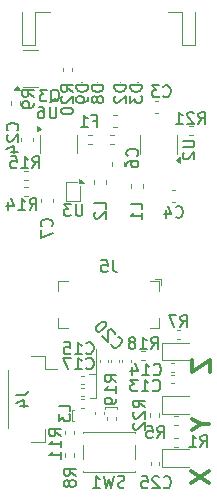
<source format=gbr>
%TF.GenerationSoftware,KiCad,Pcbnew,8.0.1*%
%TF.CreationDate,2025-06-23T19:48:13+12:00*%
%TF.ProjectId,panelrev2,70616e65-6c72-4657-9632-2e6b69636164,rev?*%
%TF.SameCoordinates,Original*%
%TF.FileFunction,Legend,Bot*%
%TF.FilePolarity,Positive*%
%FSLAX46Y46*%
G04 Gerber Fmt 4.6, Leading zero omitted, Abs format (unit mm)*
G04 Created by KiCad (PCBNEW 8.0.1) date 2025-06-23 19:48:13*
%MOMM*%
%LPD*%
G01*
G04 APERTURE LIST*
%ADD10C,0.100000*%
%ADD11C,0.300000*%
%ADD12C,0.150000*%
%ADD13C,0.120000*%
G04 APERTURE END LIST*
D10*
X147450000Y-55950000D02*
X147450000Y-60050000D01*
X145600000Y-61100000D02*
X145400000Y-61100000D01*
X148200000Y-61000000D02*
X148200000Y-60800000D01*
X149200000Y-60800000D02*
X149200000Y-61000000D01*
X145400000Y-62000000D02*
X145600000Y-62000000D01*
X148200000Y-60800000D02*
X149200000Y-60800000D01*
X145400000Y-61100000D02*
X145400000Y-62000000D01*
X147450000Y-58050000D02*
X146850000Y-58050000D01*
X147450000Y-60050000D02*
X146950000Y-60050000D01*
D11*
X155480828Y-66271653D02*
X156980828Y-67271653D01*
X155480828Y-67271653D02*
X156980828Y-66271653D01*
X156306542Y-62310225D02*
X157020828Y-62310225D01*
X155520828Y-61810225D02*
X156306542Y-62310225D01*
X156306542Y-62310225D02*
X155520828Y-62810225D01*
X155560828Y-56861653D02*
X155560828Y-57861653D01*
X155560828Y-57861653D02*
X157060828Y-56861653D01*
X157060828Y-56861653D02*
X157060828Y-57861653D01*
D12*
X144454819Y-63307142D02*
X143978628Y-62973809D01*
X144454819Y-62735714D02*
X143454819Y-62735714D01*
X143454819Y-62735714D02*
X143454819Y-63116666D01*
X143454819Y-63116666D02*
X143502438Y-63211904D01*
X143502438Y-63211904D02*
X143550057Y-63259523D01*
X143550057Y-63259523D02*
X143645295Y-63307142D01*
X143645295Y-63307142D02*
X143788152Y-63307142D01*
X143788152Y-63307142D02*
X143883390Y-63259523D01*
X143883390Y-63259523D02*
X143931009Y-63211904D01*
X143931009Y-63211904D02*
X143978628Y-63116666D01*
X143978628Y-63116666D02*
X143978628Y-62735714D01*
X144454819Y-64259523D02*
X144454819Y-63688095D01*
X144454819Y-63973809D02*
X143454819Y-63973809D01*
X143454819Y-63973809D02*
X143597676Y-63878571D01*
X143597676Y-63878571D02*
X143692914Y-63783333D01*
X143692914Y-63783333D02*
X143740533Y-63688095D01*
X144454819Y-65211904D02*
X144454819Y-64640476D01*
X144454819Y-64926190D02*
X143454819Y-64926190D01*
X143454819Y-64926190D02*
X143597676Y-64830952D01*
X143597676Y-64830952D02*
X143692914Y-64735714D01*
X143692914Y-64735714D02*
X143740533Y-64640476D01*
X140654819Y-59816666D02*
X141369104Y-59816666D01*
X141369104Y-59816666D02*
X141511961Y-59769047D01*
X141511961Y-59769047D02*
X141607200Y-59673809D01*
X141607200Y-59673809D02*
X141654819Y-59530952D01*
X141654819Y-59530952D02*
X141654819Y-59435714D01*
X140988152Y-60721428D02*
X141654819Y-60721428D01*
X140607200Y-60483333D02*
X141321485Y-60245238D01*
X141321485Y-60245238D02*
X141321485Y-60864285D01*
X144061904Y-35404819D02*
X144061904Y-36214342D01*
X144061904Y-36214342D02*
X144014285Y-36309580D01*
X144014285Y-36309580D02*
X143966666Y-36357200D01*
X143966666Y-36357200D02*
X143871428Y-36404819D01*
X143871428Y-36404819D02*
X143680952Y-36404819D01*
X143680952Y-36404819D02*
X143585714Y-36357200D01*
X143585714Y-36357200D02*
X143538095Y-36309580D01*
X143538095Y-36309580D02*
X143490476Y-36214342D01*
X143490476Y-36214342D02*
X143490476Y-35404819D01*
X142585714Y-35404819D02*
X142776190Y-35404819D01*
X142776190Y-35404819D02*
X142871428Y-35452438D01*
X142871428Y-35452438D02*
X142919047Y-35500057D01*
X142919047Y-35500057D02*
X143014285Y-35642914D01*
X143014285Y-35642914D02*
X143061904Y-35833390D01*
X143061904Y-35833390D02*
X143061904Y-36214342D01*
X143061904Y-36214342D02*
X143014285Y-36309580D01*
X143014285Y-36309580D02*
X142966666Y-36357200D01*
X142966666Y-36357200D02*
X142871428Y-36404819D01*
X142871428Y-36404819D02*
X142680952Y-36404819D01*
X142680952Y-36404819D02*
X142585714Y-36357200D01*
X142585714Y-36357200D02*
X142538095Y-36309580D01*
X142538095Y-36309580D02*
X142490476Y-36214342D01*
X142490476Y-36214342D02*
X142490476Y-35976247D01*
X142490476Y-35976247D02*
X142538095Y-35881009D01*
X142538095Y-35881009D02*
X142585714Y-35833390D01*
X142585714Y-35833390D02*
X142680952Y-35785771D01*
X142680952Y-35785771D02*
X142871428Y-35785771D01*
X142871428Y-35785771D02*
X142966666Y-35833390D01*
X142966666Y-35833390D02*
X143014285Y-35881009D01*
X143014285Y-35881009D02*
X143061904Y-35976247D01*
X151304819Y-33561905D02*
X150304819Y-33561905D01*
X150304819Y-33561905D02*
X150304819Y-33800000D01*
X150304819Y-33800000D02*
X150352438Y-33942857D01*
X150352438Y-33942857D02*
X150447676Y-34038095D01*
X150447676Y-34038095D02*
X150542914Y-34085714D01*
X150542914Y-34085714D02*
X150733390Y-34133333D01*
X150733390Y-34133333D02*
X150876247Y-34133333D01*
X150876247Y-34133333D02*
X151066723Y-34085714D01*
X151066723Y-34085714D02*
X151161961Y-34038095D01*
X151161961Y-34038095D02*
X151257200Y-33942857D01*
X151257200Y-33942857D02*
X151304819Y-33800000D01*
X151304819Y-33800000D02*
X151304819Y-33561905D01*
X150304819Y-34466667D02*
X150304819Y-35085714D01*
X150304819Y-35085714D02*
X150685771Y-34752381D01*
X150685771Y-34752381D02*
X150685771Y-34895238D01*
X150685771Y-34895238D02*
X150733390Y-34990476D01*
X150733390Y-34990476D02*
X150781009Y-35038095D01*
X150781009Y-35038095D02*
X150876247Y-35085714D01*
X150876247Y-35085714D02*
X151114342Y-35085714D01*
X151114342Y-35085714D02*
X151209580Y-35038095D01*
X151209580Y-35038095D02*
X151257200Y-34990476D01*
X151257200Y-34990476D02*
X151304819Y-34895238D01*
X151304819Y-34895238D02*
X151304819Y-34609524D01*
X151304819Y-34609524D02*
X151257200Y-34514286D01*
X151257200Y-34514286D02*
X151209580Y-34466667D01*
X154566666Y-54054819D02*
X154899999Y-53578628D01*
X155138094Y-54054819D02*
X155138094Y-53054819D01*
X155138094Y-53054819D02*
X154757142Y-53054819D01*
X154757142Y-53054819D02*
X154661904Y-53102438D01*
X154661904Y-53102438D02*
X154614285Y-53150057D01*
X154614285Y-53150057D02*
X154566666Y-53245295D01*
X154566666Y-53245295D02*
X154566666Y-53388152D01*
X154566666Y-53388152D02*
X154614285Y-53483390D01*
X154614285Y-53483390D02*
X154661904Y-53531009D01*
X154661904Y-53531009D02*
X154757142Y-53578628D01*
X154757142Y-53578628D02*
X155138094Y-53578628D01*
X154233332Y-53054819D02*
X153566666Y-53054819D01*
X153566666Y-53054819D02*
X153995237Y-54054819D01*
X142042857Y-40604819D02*
X142376190Y-40128628D01*
X142614285Y-40604819D02*
X142614285Y-39604819D01*
X142614285Y-39604819D02*
X142233333Y-39604819D01*
X142233333Y-39604819D02*
X142138095Y-39652438D01*
X142138095Y-39652438D02*
X142090476Y-39700057D01*
X142090476Y-39700057D02*
X142042857Y-39795295D01*
X142042857Y-39795295D02*
X142042857Y-39938152D01*
X142042857Y-39938152D02*
X142090476Y-40033390D01*
X142090476Y-40033390D02*
X142138095Y-40081009D01*
X142138095Y-40081009D02*
X142233333Y-40128628D01*
X142233333Y-40128628D02*
X142614285Y-40128628D01*
X141090476Y-40604819D02*
X141661904Y-40604819D01*
X141376190Y-40604819D02*
X141376190Y-39604819D01*
X141376190Y-39604819D02*
X141471428Y-39747676D01*
X141471428Y-39747676D02*
X141566666Y-39842914D01*
X141566666Y-39842914D02*
X141661904Y-39890533D01*
X140185714Y-39604819D02*
X140661904Y-39604819D01*
X140661904Y-39604819D02*
X140709523Y-40081009D01*
X140709523Y-40081009D02*
X140661904Y-40033390D01*
X140661904Y-40033390D02*
X140566666Y-39985771D01*
X140566666Y-39985771D02*
X140328571Y-39985771D01*
X140328571Y-39985771D02*
X140233333Y-40033390D01*
X140233333Y-40033390D02*
X140185714Y-40081009D01*
X140185714Y-40081009D02*
X140138095Y-40176247D01*
X140138095Y-40176247D02*
X140138095Y-40414342D01*
X140138095Y-40414342D02*
X140185714Y-40509580D01*
X140185714Y-40509580D02*
X140233333Y-40557200D01*
X140233333Y-40557200D02*
X140328571Y-40604819D01*
X140328571Y-40604819D02*
X140566666Y-40604819D01*
X140566666Y-40604819D02*
X140661904Y-40557200D01*
X140661904Y-40557200D02*
X140709523Y-40509580D01*
X145704819Y-66633333D02*
X145228628Y-66300000D01*
X145704819Y-66061905D02*
X144704819Y-66061905D01*
X144704819Y-66061905D02*
X144704819Y-66442857D01*
X144704819Y-66442857D02*
X144752438Y-66538095D01*
X144752438Y-66538095D02*
X144800057Y-66585714D01*
X144800057Y-66585714D02*
X144895295Y-66633333D01*
X144895295Y-66633333D02*
X145038152Y-66633333D01*
X145038152Y-66633333D02*
X145133390Y-66585714D01*
X145133390Y-66585714D02*
X145181009Y-66538095D01*
X145181009Y-66538095D02*
X145228628Y-66442857D01*
X145228628Y-66442857D02*
X145228628Y-66061905D01*
X145133390Y-67204762D02*
X145085771Y-67109524D01*
X145085771Y-67109524D02*
X145038152Y-67061905D01*
X145038152Y-67061905D02*
X144942914Y-67014286D01*
X144942914Y-67014286D02*
X144895295Y-67014286D01*
X144895295Y-67014286D02*
X144800057Y-67061905D01*
X144800057Y-67061905D02*
X144752438Y-67109524D01*
X144752438Y-67109524D02*
X144704819Y-67204762D01*
X144704819Y-67204762D02*
X144704819Y-67395238D01*
X144704819Y-67395238D02*
X144752438Y-67490476D01*
X144752438Y-67490476D02*
X144800057Y-67538095D01*
X144800057Y-67538095D02*
X144895295Y-67585714D01*
X144895295Y-67585714D02*
X144942914Y-67585714D01*
X144942914Y-67585714D02*
X145038152Y-67538095D01*
X145038152Y-67538095D02*
X145085771Y-67490476D01*
X145085771Y-67490476D02*
X145133390Y-67395238D01*
X145133390Y-67395238D02*
X145133390Y-67204762D01*
X145133390Y-67204762D02*
X145181009Y-67109524D01*
X145181009Y-67109524D02*
X145228628Y-67061905D01*
X145228628Y-67061905D02*
X145323866Y-67014286D01*
X145323866Y-67014286D02*
X145514342Y-67014286D01*
X145514342Y-67014286D02*
X145609580Y-67061905D01*
X145609580Y-67061905D02*
X145657200Y-67109524D01*
X145657200Y-67109524D02*
X145704819Y-67204762D01*
X145704819Y-67204762D02*
X145704819Y-67395238D01*
X145704819Y-67395238D02*
X145657200Y-67490476D01*
X145657200Y-67490476D02*
X145609580Y-67538095D01*
X145609580Y-67538095D02*
X145514342Y-67585714D01*
X145514342Y-67585714D02*
X145323866Y-67585714D01*
X145323866Y-67585714D02*
X145228628Y-67538095D01*
X145228628Y-67538095D02*
X145181009Y-67490476D01*
X145181009Y-67490476D02*
X145133390Y-67395238D01*
X156092857Y-36854819D02*
X156426190Y-36378628D01*
X156664285Y-36854819D02*
X156664285Y-35854819D01*
X156664285Y-35854819D02*
X156283333Y-35854819D01*
X156283333Y-35854819D02*
X156188095Y-35902438D01*
X156188095Y-35902438D02*
X156140476Y-35950057D01*
X156140476Y-35950057D02*
X156092857Y-36045295D01*
X156092857Y-36045295D02*
X156092857Y-36188152D01*
X156092857Y-36188152D02*
X156140476Y-36283390D01*
X156140476Y-36283390D02*
X156188095Y-36331009D01*
X156188095Y-36331009D02*
X156283333Y-36378628D01*
X156283333Y-36378628D02*
X156664285Y-36378628D01*
X155711904Y-35950057D02*
X155664285Y-35902438D01*
X155664285Y-35902438D02*
X155569047Y-35854819D01*
X155569047Y-35854819D02*
X155330952Y-35854819D01*
X155330952Y-35854819D02*
X155235714Y-35902438D01*
X155235714Y-35902438D02*
X155188095Y-35950057D01*
X155188095Y-35950057D02*
X155140476Y-36045295D01*
X155140476Y-36045295D02*
X155140476Y-36140533D01*
X155140476Y-36140533D02*
X155188095Y-36283390D01*
X155188095Y-36283390D02*
X155759523Y-36854819D01*
X155759523Y-36854819D02*
X155140476Y-36854819D01*
X154188095Y-36854819D02*
X154759523Y-36854819D01*
X154473809Y-36854819D02*
X154473809Y-35854819D01*
X154473809Y-35854819D02*
X154569047Y-35997676D01*
X154569047Y-35997676D02*
X154664285Y-36092914D01*
X154664285Y-36092914D02*
X154759523Y-36140533D01*
X154166666Y-44739580D02*
X154214285Y-44787200D01*
X154214285Y-44787200D02*
X154357142Y-44834819D01*
X154357142Y-44834819D02*
X154452380Y-44834819D01*
X154452380Y-44834819D02*
X154595237Y-44787200D01*
X154595237Y-44787200D02*
X154690475Y-44691961D01*
X154690475Y-44691961D02*
X154738094Y-44596723D01*
X154738094Y-44596723D02*
X154785713Y-44406247D01*
X154785713Y-44406247D02*
X154785713Y-44263390D01*
X154785713Y-44263390D02*
X154738094Y-44072914D01*
X154738094Y-44072914D02*
X154690475Y-43977676D01*
X154690475Y-43977676D02*
X154595237Y-43882438D01*
X154595237Y-43882438D02*
X154452380Y-43834819D01*
X154452380Y-43834819D02*
X154357142Y-43834819D01*
X154357142Y-43834819D02*
X154214285Y-43882438D01*
X154214285Y-43882438D02*
X154166666Y-43930057D01*
X153309523Y-44168152D02*
X153309523Y-44834819D01*
X153547618Y-43787200D02*
X153785713Y-44501485D01*
X153785713Y-44501485D02*
X153166666Y-44501485D01*
X147183333Y-36581009D02*
X147516666Y-36581009D01*
X147516666Y-37104819D02*
X147516666Y-36104819D01*
X147516666Y-36104819D02*
X147040476Y-36104819D01*
X146135714Y-37104819D02*
X146707142Y-37104819D01*
X146421428Y-37104819D02*
X146421428Y-36104819D01*
X146421428Y-36104819D02*
X146516666Y-36247676D01*
X146516666Y-36247676D02*
X146611904Y-36342914D01*
X146611904Y-36342914D02*
X146707142Y-36390533D01*
X152616666Y-63454819D02*
X152949999Y-62978628D01*
X153188094Y-63454819D02*
X153188094Y-62454819D01*
X153188094Y-62454819D02*
X152807142Y-62454819D01*
X152807142Y-62454819D02*
X152711904Y-62502438D01*
X152711904Y-62502438D02*
X152664285Y-62550057D01*
X152664285Y-62550057D02*
X152616666Y-62645295D01*
X152616666Y-62645295D02*
X152616666Y-62788152D01*
X152616666Y-62788152D02*
X152664285Y-62883390D01*
X152664285Y-62883390D02*
X152711904Y-62931009D01*
X152711904Y-62931009D02*
X152807142Y-62978628D01*
X152807142Y-62978628D02*
X153188094Y-62978628D01*
X151711904Y-62454819D02*
X152188094Y-62454819D01*
X152188094Y-62454819D02*
X152235713Y-62931009D01*
X152235713Y-62931009D02*
X152188094Y-62883390D01*
X152188094Y-62883390D02*
X152092856Y-62835771D01*
X152092856Y-62835771D02*
X151854761Y-62835771D01*
X151854761Y-62835771D02*
X151759523Y-62883390D01*
X151759523Y-62883390D02*
X151711904Y-62931009D01*
X151711904Y-62931009D02*
X151664285Y-63026247D01*
X151664285Y-63026247D02*
X151664285Y-63264342D01*
X151664285Y-63264342D02*
X151711904Y-63359580D01*
X151711904Y-63359580D02*
X151759523Y-63407200D01*
X151759523Y-63407200D02*
X151854761Y-63454819D01*
X151854761Y-63454819D02*
X152092856Y-63454819D01*
X152092856Y-63454819D02*
X152188094Y-63407200D01*
X152188094Y-63407200D02*
X152235713Y-63359580D01*
X156266666Y-64204819D02*
X156599999Y-63728628D01*
X156838094Y-64204819D02*
X156838094Y-63204819D01*
X156838094Y-63204819D02*
X156457142Y-63204819D01*
X156457142Y-63204819D02*
X156361904Y-63252438D01*
X156361904Y-63252438D02*
X156314285Y-63300057D01*
X156314285Y-63300057D02*
X156266666Y-63395295D01*
X156266666Y-63395295D02*
X156266666Y-63538152D01*
X156266666Y-63538152D02*
X156314285Y-63633390D01*
X156314285Y-63633390D02*
X156361904Y-63681009D01*
X156361904Y-63681009D02*
X156457142Y-63728628D01*
X156457142Y-63728628D02*
X156838094Y-63728628D01*
X155314285Y-64204819D02*
X155885713Y-64204819D01*
X155599999Y-64204819D02*
X155599999Y-63204819D01*
X155599999Y-63204819D02*
X155695237Y-63347676D01*
X155695237Y-63347676D02*
X155790475Y-63442914D01*
X155790475Y-63442914D02*
X155885713Y-63490533D01*
X149954819Y-33561905D02*
X148954819Y-33561905D01*
X148954819Y-33561905D02*
X148954819Y-33800000D01*
X148954819Y-33800000D02*
X149002438Y-33942857D01*
X149002438Y-33942857D02*
X149097676Y-34038095D01*
X149097676Y-34038095D02*
X149192914Y-34085714D01*
X149192914Y-34085714D02*
X149383390Y-34133333D01*
X149383390Y-34133333D02*
X149526247Y-34133333D01*
X149526247Y-34133333D02*
X149716723Y-34085714D01*
X149716723Y-34085714D02*
X149811961Y-34038095D01*
X149811961Y-34038095D02*
X149907200Y-33942857D01*
X149907200Y-33942857D02*
X149954819Y-33800000D01*
X149954819Y-33800000D02*
X149954819Y-33561905D01*
X149050057Y-34514286D02*
X149002438Y-34561905D01*
X149002438Y-34561905D02*
X148954819Y-34657143D01*
X148954819Y-34657143D02*
X148954819Y-34895238D01*
X148954819Y-34895238D02*
X149002438Y-34990476D01*
X149002438Y-34990476D02*
X149050057Y-35038095D01*
X149050057Y-35038095D02*
X149145295Y-35085714D01*
X149145295Y-35085714D02*
X149240533Y-35085714D01*
X149240533Y-35085714D02*
X149383390Y-35038095D01*
X149383390Y-35038095D02*
X149954819Y-34466667D01*
X149954819Y-34466667D02*
X149954819Y-35085714D01*
X149154819Y-58707142D02*
X148678628Y-58373809D01*
X149154819Y-58135714D02*
X148154819Y-58135714D01*
X148154819Y-58135714D02*
X148154819Y-58516666D01*
X148154819Y-58516666D02*
X148202438Y-58611904D01*
X148202438Y-58611904D02*
X148250057Y-58659523D01*
X148250057Y-58659523D02*
X148345295Y-58707142D01*
X148345295Y-58707142D02*
X148488152Y-58707142D01*
X148488152Y-58707142D02*
X148583390Y-58659523D01*
X148583390Y-58659523D02*
X148631009Y-58611904D01*
X148631009Y-58611904D02*
X148678628Y-58516666D01*
X148678628Y-58516666D02*
X148678628Y-58135714D01*
X149154819Y-59659523D02*
X149154819Y-59088095D01*
X149154819Y-59373809D02*
X148154819Y-59373809D01*
X148154819Y-59373809D02*
X148297676Y-59278571D01*
X148297676Y-59278571D02*
X148392914Y-59183333D01*
X148392914Y-59183333D02*
X148440533Y-59088095D01*
X149154819Y-60135714D02*
X149154819Y-60326190D01*
X149154819Y-60326190D02*
X149107200Y-60421428D01*
X149107200Y-60421428D02*
X149059580Y-60469047D01*
X149059580Y-60469047D02*
X148916723Y-60564285D01*
X148916723Y-60564285D02*
X148726247Y-60611904D01*
X148726247Y-60611904D02*
X148345295Y-60611904D01*
X148345295Y-60611904D02*
X148250057Y-60564285D01*
X148250057Y-60564285D02*
X148202438Y-60516666D01*
X148202438Y-60516666D02*
X148154819Y-60421428D01*
X148154819Y-60421428D02*
X148154819Y-60230952D01*
X148154819Y-60230952D02*
X148202438Y-60135714D01*
X148202438Y-60135714D02*
X148250057Y-60088095D01*
X148250057Y-60088095D02*
X148345295Y-60040476D01*
X148345295Y-60040476D02*
X148583390Y-60040476D01*
X148583390Y-60040476D02*
X148678628Y-60088095D01*
X148678628Y-60088095D02*
X148726247Y-60135714D01*
X148726247Y-60135714D02*
X148773866Y-60230952D01*
X148773866Y-60230952D02*
X148773866Y-60421428D01*
X148773866Y-60421428D02*
X148726247Y-60516666D01*
X148726247Y-60516666D02*
X148678628Y-60564285D01*
X148678628Y-60564285D02*
X148583390Y-60611904D01*
X148054819Y-33561905D02*
X147054819Y-33561905D01*
X147054819Y-33561905D02*
X147054819Y-33800000D01*
X147054819Y-33800000D02*
X147102438Y-33942857D01*
X147102438Y-33942857D02*
X147197676Y-34038095D01*
X147197676Y-34038095D02*
X147292914Y-34085714D01*
X147292914Y-34085714D02*
X147483390Y-34133333D01*
X147483390Y-34133333D02*
X147626247Y-34133333D01*
X147626247Y-34133333D02*
X147816723Y-34085714D01*
X147816723Y-34085714D02*
X147911961Y-34038095D01*
X147911961Y-34038095D02*
X148007200Y-33942857D01*
X148007200Y-33942857D02*
X148054819Y-33800000D01*
X148054819Y-33800000D02*
X148054819Y-33561905D01*
X147483390Y-34704762D02*
X147435771Y-34609524D01*
X147435771Y-34609524D02*
X147388152Y-34561905D01*
X147388152Y-34561905D02*
X147292914Y-34514286D01*
X147292914Y-34514286D02*
X147245295Y-34514286D01*
X147245295Y-34514286D02*
X147150057Y-34561905D01*
X147150057Y-34561905D02*
X147102438Y-34609524D01*
X147102438Y-34609524D02*
X147054819Y-34704762D01*
X147054819Y-34704762D02*
X147054819Y-34895238D01*
X147054819Y-34895238D02*
X147102438Y-34990476D01*
X147102438Y-34990476D02*
X147150057Y-35038095D01*
X147150057Y-35038095D02*
X147245295Y-35085714D01*
X147245295Y-35085714D02*
X147292914Y-35085714D01*
X147292914Y-35085714D02*
X147388152Y-35038095D01*
X147388152Y-35038095D02*
X147435771Y-34990476D01*
X147435771Y-34990476D02*
X147483390Y-34895238D01*
X147483390Y-34895238D02*
X147483390Y-34704762D01*
X147483390Y-34704762D02*
X147531009Y-34609524D01*
X147531009Y-34609524D02*
X147578628Y-34561905D01*
X147578628Y-34561905D02*
X147673866Y-34514286D01*
X147673866Y-34514286D02*
X147864342Y-34514286D01*
X147864342Y-34514286D02*
X147959580Y-34561905D01*
X147959580Y-34561905D02*
X148007200Y-34609524D01*
X148007200Y-34609524D02*
X148054819Y-34704762D01*
X148054819Y-34704762D02*
X148054819Y-34895238D01*
X148054819Y-34895238D02*
X148007200Y-34990476D01*
X148007200Y-34990476D02*
X147959580Y-35038095D01*
X147959580Y-35038095D02*
X147864342Y-35085714D01*
X147864342Y-35085714D02*
X147673866Y-35085714D01*
X147673866Y-35085714D02*
X147578628Y-35038095D01*
X147578628Y-35038095D02*
X147531009Y-34990476D01*
X147531009Y-34990476D02*
X147483390Y-34895238D01*
X142154819Y-34583333D02*
X141678628Y-34250000D01*
X142154819Y-34011905D02*
X141154819Y-34011905D01*
X141154819Y-34011905D02*
X141154819Y-34392857D01*
X141154819Y-34392857D02*
X141202438Y-34488095D01*
X141202438Y-34488095D02*
X141250057Y-34535714D01*
X141250057Y-34535714D02*
X141345295Y-34583333D01*
X141345295Y-34583333D02*
X141488152Y-34583333D01*
X141488152Y-34583333D02*
X141583390Y-34535714D01*
X141583390Y-34535714D02*
X141631009Y-34488095D01*
X141631009Y-34488095D02*
X141678628Y-34392857D01*
X141678628Y-34392857D02*
X141678628Y-34011905D01*
X142154819Y-35059524D02*
X142154819Y-35250000D01*
X142154819Y-35250000D02*
X142107200Y-35345238D01*
X142107200Y-35345238D02*
X142059580Y-35392857D01*
X142059580Y-35392857D02*
X141916723Y-35488095D01*
X141916723Y-35488095D02*
X141726247Y-35535714D01*
X141726247Y-35535714D02*
X141345295Y-35535714D01*
X141345295Y-35535714D02*
X141250057Y-35488095D01*
X141250057Y-35488095D02*
X141202438Y-35440476D01*
X141202438Y-35440476D02*
X141154819Y-35345238D01*
X141154819Y-35345238D02*
X141154819Y-35154762D01*
X141154819Y-35154762D02*
X141202438Y-35059524D01*
X141202438Y-35059524D02*
X141250057Y-35011905D01*
X141250057Y-35011905D02*
X141345295Y-34964286D01*
X141345295Y-34964286D02*
X141583390Y-34964286D01*
X141583390Y-34964286D02*
X141678628Y-35011905D01*
X141678628Y-35011905D02*
X141726247Y-35059524D01*
X141726247Y-35059524D02*
X141773866Y-35154762D01*
X141773866Y-35154762D02*
X141773866Y-35345238D01*
X141773866Y-35345238D02*
X141726247Y-35440476D01*
X141726247Y-35440476D02*
X141678628Y-35488095D01*
X141678628Y-35488095D02*
X141583390Y-35535714D01*
X146592857Y-57559580D02*
X146640476Y-57607200D01*
X146640476Y-57607200D02*
X146783333Y-57654819D01*
X146783333Y-57654819D02*
X146878571Y-57654819D01*
X146878571Y-57654819D02*
X147021428Y-57607200D01*
X147021428Y-57607200D02*
X147116666Y-57511961D01*
X147116666Y-57511961D02*
X147164285Y-57416723D01*
X147164285Y-57416723D02*
X147211904Y-57226247D01*
X147211904Y-57226247D02*
X147211904Y-57083390D01*
X147211904Y-57083390D02*
X147164285Y-56892914D01*
X147164285Y-56892914D02*
X147116666Y-56797676D01*
X147116666Y-56797676D02*
X147021428Y-56702438D01*
X147021428Y-56702438D02*
X146878571Y-56654819D01*
X146878571Y-56654819D02*
X146783333Y-56654819D01*
X146783333Y-56654819D02*
X146640476Y-56702438D01*
X146640476Y-56702438D02*
X146592857Y-56750057D01*
X145640476Y-57654819D02*
X146211904Y-57654819D01*
X145926190Y-57654819D02*
X145926190Y-56654819D01*
X145926190Y-56654819D02*
X146021428Y-56797676D01*
X146021428Y-56797676D02*
X146116666Y-56892914D01*
X146116666Y-56892914D02*
X146211904Y-56940533D01*
X145307142Y-56654819D02*
X144640476Y-56654819D01*
X144640476Y-56654819D02*
X145069047Y-57654819D01*
X146592857Y-56259580D02*
X146640476Y-56307200D01*
X146640476Y-56307200D02*
X146783333Y-56354819D01*
X146783333Y-56354819D02*
X146878571Y-56354819D01*
X146878571Y-56354819D02*
X147021428Y-56307200D01*
X147021428Y-56307200D02*
X147116666Y-56211961D01*
X147116666Y-56211961D02*
X147164285Y-56116723D01*
X147164285Y-56116723D02*
X147211904Y-55926247D01*
X147211904Y-55926247D02*
X147211904Y-55783390D01*
X147211904Y-55783390D02*
X147164285Y-55592914D01*
X147164285Y-55592914D02*
X147116666Y-55497676D01*
X147116666Y-55497676D02*
X147021428Y-55402438D01*
X147021428Y-55402438D02*
X146878571Y-55354819D01*
X146878571Y-55354819D02*
X146783333Y-55354819D01*
X146783333Y-55354819D02*
X146640476Y-55402438D01*
X146640476Y-55402438D02*
X146592857Y-55450057D01*
X145640476Y-56354819D02*
X146211904Y-56354819D01*
X145926190Y-56354819D02*
X145926190Y-55354819D01*
X145926190Y-55354819D02*
X146021428Y-55497676D01*
X146021428Y-55497676D02*
X146116666Y-55592914D01*
X146116666Y-55592914D02*
X146211904Y-55640533D01*
X144735714Y-55354819D02*
X145211904Y-55354819D01*
X145211904Y-55354819D02*
X145259523Y-55831009D01*
X145259523Y-55831009D02*
X145211904Y-55783390D01*
X145211904Y-55783390D02*
X145116666Y-55735771D01*
X145116666Y-55735771D02*
X144878571Y-55735771D01*
X144878571Y-55735771D02*
X144783333Y-55783390D01*
X144783333Y-55783390D02*
X144735714Y-55831009D01*
X144735714Y-55831009D02*
X144688095Y-55926247D01*
X144688095Y-55926247D02*
X144688095Y-56164342D01*
X144688095Y-56164342D02*
X144735714Y-56259580D01*
X144735714Y-56259580D02*
X144783333Y-56307200D01*
X144783333Y-56307200D02*
X144878571Y-56354819D01*
X144878571Y-56354819D02*
X145116666Y-56354819D01*
X145116666Y-56354819D02*
X145211904Y-56307200D01*
X145211904Y-56307200D02*
X145259523Y-56259580D01*
X154754819Y-38288095D02*
X155564342Y-38288095D01*
X155564342Y-38288095D02*
X155659580Y-38335714D01*
X155659580Y-38335714D02*
X155707200Y-38383333D01*
X155707200Y-38383333D02*
X155754819Y-38478571D01*
X155754819Y-38478571D02*
X155754819Y-38669047D01*
X155754819Y-38669047D02*
X155707200Y-38764285D01*
X155707200Y-38764285D02*
X155659580Y-38811904D01*
X155659580Y-38811904D02*
X155564342Y-38859523D01*
X155564342Y-38859523D02*
X154754819Y-38859523D01*
X154850057Y-39288095D02*
X154802438Y-39335714D01*
X154802438Y-39335714D02*
X154754819Y-39430952D01*
X154754819Y-39430952D02*
X154754819Y-39669047D01*
X154754819Y-39669047D02*
X154802438Y-39764285D01*
X154802438Y-39764285D02*
X154850057Y-39811904D01*
X154850057Y-39811904D02*
X154945295Y-39859523D01*
X154945295Y-39859523D02*
X155040533Y-39859523D01*
X155040533Y-39859523D02*
X155183390Y-39811904D01*
X155183390Y-39811904D02*
X155754819Y-39240476D01*
X155754819Y-39240476D02*
X155754819Y-39859523D01*
X153116666Y-34509580D02*
X153164285Y-34557200D01*
X153164285Y-34557200D02*
X153307142Y-34604819D01*
X153307142Y-34604819D02*
X153402380Y-34604819D01*
X153402380Y-34604819D02*
X153545237Y-34557200D01*
X153545237Y-34557200D02*
X153640475Y-34461961D01*
X153640475Y-34461961D02*
X153688094Y-34366723D01*
X153688094Y-34366723D02*
X153735713Y-34176247D01*
X153735713Y-34176247D02*
X153735713Y-34033390D01*
X153735713Y-34033390D02*
X153688094Y-33842914D01*
X153688094Y-33842914D02*
X153640475Y-33747676D01*
X153640475Y-33747676D02*
X153545237Y-33652438D01*
X153545237Y-33652438D02*
X153402380Y-33604819D01*
X153402380Y-33604819D02*
X153307142Y-33604819D01*
X153307142Y-33604819D02*
X153164285Y-33652438D01*
X153164285Y-33652438D02*
X153116666Y-33700057D01*
X152783332Y-33604819D02*
X152164285Y-33604819D01*
X152164285Y-33604819D02*
X152497618Y-33985771D01*
X152497618Y-33985771D02*
X152354761Y-33985771D01*
X152354761Y-33985771D02*
X152259523Y-34033390D01*
X152259523Y-34033390D02*
X152211904Y-34081009D01*
X152211904Y-34081009D02*
X152164285Y-34176247D01*
X152164285Y-34176247D02*
X152164285Y-34414342D01*
X152164285Y-34414342D02*
X152211904Y-34509580D01*
X152211904Y-34509580D02*
X152259523Y-34557200D01*
X152259523Y-34557200D02*
X152354761Y-34604819D01*
X152354761Y-34604819D02*
X152640475Y-34604819D01*
X152640475Y-34604819D02*
X152735713Y-34557200D01*
X152735713Y-34557200D02*
X152783332Y-34509580D01*
X145454819Y-34157142D02*
X144978628Y-33823809D01*
X145454819Y-33585714D02*
X144454819Y-33585714D01*
X144454819Y-33585714D02*
X144454819Y-33966666D01*
X144454819Y-33966666D02*
X144502438Y-34061904D01*
X144502438Y-34061904D02*
X144550057Y-34109523D01*
X144550057Y-34109523D02*
X144645295Y-34157142D01*
X144645295Y-34157142D02*
X144788152Y-34157142D01*
X144788152Y-34157142D02*
X144883390Y-34109523D01*
X144883390Y-34109523D02*
X144931009Y-34061904D01*
X144931009Y-34061904D02*
X144978628Y-33966666D01*
X144978628Y-33966666D02*
X144978628Y-33585714D01*
X144550057Y-34538095D02*
X144502438Y-34585714D01*
X144502438Y-34585714D02*
X144454819Y-34680952D01*
X144454819Y-34680952D02*
X144454819Y-34919047D01*
X144454819Y-34919047D02*
X144502438Y-35014285D01*
X144502438Y-35014285D02*
X144550057Y-35061904D01*
X144550057Y-35061904D02*
X144645295Y-35109523D01*
X144645295Y-35109523D02*
X144740533Y-35109523D01*
X144740533Y-35109523D02*
X144883390Y-35061904D01*
X144883390Y-35061904D02*
X145454819Y-34490476D01*
X145454819Y-34490476D02*
X145454819Y-35109523D01*
X144454819Y-35728571D02*
X144454819Y-35823809D01*
X144454819Y-35823809D02*
X144502438Y-35919047D01*
X144502438Y-35919047D02*
X144550057Y-35966666D01*
X144550057Y-35966666D02*
X144645295Y-36014285D01*
X144645295Y-36014285D02*
X144835771Y-36061904D01*
X144835771Y-36061904D02*
X145073866Y-36061904D01*
X145073866Y-36061904D02*
X145264342Y-36014285D01*
X145264342Y-36014285D02*
X145359580Y-35966666D01*
X145359580Y-35966666D02*
X145407200Y-35919047D01*
X145407200Y-35919047D02*
X145454819Y-35823809D01*
X145454819Y-35823809D02*
X145454819Y-35728571D01*
X145454819Y-35728571D02*
X145407200Y-35633333D01*
X145407200Y-35633333D02*
X145359580Y-35585714D01*
X145359580Y-35585714D02*
X145264342Y-35538095D01*
X145264342Y-35538095D02*
X145073866Y-35490476D01*
X145073866Y-35490476D02*
X144835771Y-35490476D01*
X144835771Y-35490476D02*
X144645295Y-35538095D01*
X144645295Y-35538095D02*
X144550057Y-35585714D01*
X144550057Y-35585714D02*
X144502438Y-35633333D01*
X144502438Y-35633333D02*
X144454819Y-35728571D01*
X148700306Y-55458830D02*
X148700306Y-55526174D01*
X148700306Y-55526174D02*
X148767650Y-55660861D01*
X148767650Y-55660861D02*
X148834993Y-55728204D01*
X148834993Y-55728204D02*
X148969680Y-55795548D01*
X148969680Y-55795548D02*
X149104367Y-55795548D01*
X149104367Y-55795548D02*
X149205382Y-55761876D01*
X149205382Y-55761876D02*
X149373741Y-55660861D01*
X149373741Y-55660861D02*
X149474756Y-55559846D01*
X149474756Y-55559846D02*
X149575772Y-55391487D01*
X149575772Y-55391487D02*
X149609443Y-55290472D01*
X149609443Y-55290472D02*
X149609443Y-55155785D01*
X149609443Y-55155785D02*
X149542100Y-55021098D01*
X149542100Y-55021098D02*
X149474756Y-54953754D01*
X149474756Y-54953754D02*
X149340069Y-54886411D01*
X149340069Y-54886411D02*
X149272726Y-54886411D01*
X149003352Y-54617037D02*
X149003352Y-54549693D01*
X149003352Y-54549693D02*
X148969680Y-54448678D01*
X148969680Y-54448678D02*
X148801321Y-54280319D01*
X148801321Y-54280319D02*
X148700306Y-54246647D01*
X148700306Y-54246647D02*
X148632963Y-54246647D01*
X148632963Y-54246647D02*
X148531947Y-54280319D01*
X148531947Y-54280319D02*
X148464604Y-54347663D01*
X148464604Y-54347663D02*
X148397260Y-54482350D01*
X148397260Y-54482350D02*
X148397260Y-55290472D01*
X148397260Y-55290472D02*
X147959528Y-54852739D01*
X148228901Y-53707899D02*
X148161558Y-53640556D01*
X148161558Y-53640556D02*
X148060543Y-53606884D01*
X148060543Y-53606884D02*
X147993199Y-53606884D01*
X147993199Y-53606884D02*
X147892184Y-53640556D01*
X147892184Y-53640556D02*
X147723825Y-53741571D01*
X147723825Y-53741571D02*
X147555466Y-53909930D01*
X147555466Y-53909930D02*
X147454451Y-54078288D01*
X147454451Y-54078288D02*
X147420779Y-54179304D01*
X147420779Y-54179304D02*
X147420779Y-54246647D01*
X147420779Y-54246647D02*
X147454451Y-54347662D01*
X147454451Y-54347662D02*
X147521795Y-54415006D01*
X147521795Y-54415006D02*
X147622810Y-54448678D01*
X147622810Y-54448678D02*
X147690153Y-54448678D01*
X147690153Y-54448678D02*
X147791169Y-54415006D01*
X147791169Y-54415006D02*
X147959527Y-54313991D01*
X147959527Y-54313991D02*
X148127886Y-54145632D01*
X148127886Y-54145632D02*
X148228901Y-53977273D01*
X148228901Y-53977273D02*
X148262573Y-53876258D01*
X148262573Y-53876258D02*
X148262573Y-53808914D01*
X148262573Y-53808914D02*
X148228901Y-53707899D01*
X145254819Y-61183333D02*
X145254819Y-60707143D01*
X145254819Y-60707143D02*
X144254819Y-60707143D01*
X144254819Y-61421429D02*
X144254819Y-62040476D01*
X144254819Y-62040476D02*
X144635771Y-61707143D01*
X144635771Y-61707143D02*
X144635771Y-61850000D01*
X144635771Y-61850000D02*
X144683390Y-61945238D01*
X144683390Y-61945238D02*
X144731009Y-61992857D01*
X144731009Y-61992857D02*
X144826247Y-62040476D01*
X144826247Y-62040476D02*
X145064342Y-62040476D01*
X145064342Y-62040476D02*
X145159580Y-61992857D01*
X145159580Y-61992857D02*
X145207200Y-61945238D01*
X145207200Y-61945238D02*
X145254819Y-61850000D01*
X145254819Y-61850000D02*
X145254819Y-61564286D01*
X145254819Y-61564286D02*
X145207200Y-61469048D01*
X145207200Y-61469048D02*
X145159580Y-61421429D01*
X150909580Y-39583333D02*
X150957200Y-39535714D01*
X150957200Y-39535714D02*
X151004819Y-39392857D01*
X151004819Y-39392857D02*
X151004819Y-39297619D01*
X151004819Y-39297619D02*
X150957200Y-39154762D01*
X150957200Y-39154762D02*
X150861961Y-39059524D01*
X150861961Y-39059524D02*
X150766723Y-39011905D01*
X150766723Y-39011905D02*
X150576247Y-38964286D01*
X150576247Y-38964286D02*
X150433390Y-38964286D01*
X150433390Y-38964286D02*
X150242914Y-39011905D01*
X150242914Y-39011905D02*
X150147676Y-39059524D01*
X150147676Y-39059524D02*
X150052438Y-39154762D01*
X150052438Y-39154762D02*
X150004819Y-39297619D01*
X150004819Y-39297619D02*
X150004819Y-39392857D01*
X150004819Y-39392857D02*
X150052438Y-39535714D01*
X150052438Y-39535714D02*
X150100057Y-39583333D01*
X150004819Y-40440476D02*
X150004819Y-40250000D01*
X150004819Y-40250000D02*
X150052438Y-40154762D01*
X150052438Y-40154762D02*
X150100057Y-40107143D01*
X150100057Y-40107143D02*
X150242914Y-40011905D01*
X150242914Y-40011905D02*
X150433390Y-39964286D01*
X150433390Y-39964286D02*
X150814342Y-39964286D01*
X150814342Y-39964286D02*
X150909580Y-40011905D01*
X150909580Y-40011905D02*
X150957200Y-40059524D01*
X150957200Y-40059524D02*
X151004819Y-40154762D01*
X151004819Y-40154762D02*
X151004819Y-40345238D01*
X151004819Y-40345238D02*
X150957200Y-40440476D01*
X150957200Y-40440476D02*
X150909580Y-40488095D01*
X150909580Y-40488095D02*
X150814342Y-40535714D01*
X150814342Y-40535714D02*
X150576247Y-40535714D01*
X150576247Y-40535714D02*
X150481009Y-40488095D01*
X150481009Y-40488095D02*
X150433390Y-40440476D01*
X150433390Y-40440476D02*
X150385771Y-40345238D01*
X150385771Y-40345238D02*
X150385771Y-40154762D01*
X150385771Y-40154762D02*
X150433390Y-40059524D01*
X150433390Y-40059524D02*
X150481009Y-40011905D01*
X150481009Y-40011905D02*
X150576247Y-39964286D01*
X148254819Y-44033333D02*
X148254819Y-43557143D01*
X148254819Y-43557143D02*
X147254819Y-43557143D01*
X147350057Y-44319048D02*
X147302438Y-44366667D01*
X147302438Y-44366667D02*
X147254819Y-44461905D01*
X147254819Y-44461905D02*
X147254819Y-44700000D01*
X147254819Y-44700000D02*
X147302438Y-44795238D01*
X147302438Y-44795238D02*
X147350057Y-44842857D01*
X147350057Y-44842857D02*
X147445295Y-44890476D01*
X147445295Y-44890476D02*
X147540533Y-44890476D01*
X147540533Y-44890476D02*
X147683390Y-44842857D01*
X147683390Y-44842857D02*
X148254819Y-44271429D01*
X148254819Y-44271429D02*
X148254819Y-44890476D01*
X141792857Y-44154819D02*
X142126190Y-43678628D01*
X142364285Y-44154819D02*
X142364285Y-43154819D01*
X142364285Y-43154819D02*
X141983333Y-43154819D01*
X141983333Y-43154819D02*
X141888095Y-43202438D01*
X141888095Y-43202438D02*
X141840476Y-43250057D01*
X141840476Y-43250057D02*
X141792857Y-43345295D01*
X141792857Y-43345295D02*
X141792857Y-43488152D01*
X141792857Y-43488152D02*
X141840476Y-43583390D01*
X141840476Y-43583390D02*
X141888095Y-43631009D01*
X141888095Y-43631009D02*
X141983333Y-43678628D01*
X141983333Y-43678628D02*
X142364285Y-43678628D01*
X140840476Y-44154819D02*
X141411904Y-44154819D01*
X141126190Y-44154819D02*
X141126190Y-43154819D01*
X141126190Y-43154819D02*
X141221428Y-43297676D01*
X141221428Y-43297676D02*
X141316666Y-43392914D01*
X141316666Y-43392914D02*
X141411904Y-43440533D01*
X139983333Y-43488152D02*
X139983333Y-44154819D01*
X140221428Y-43107200D02*
X140459523Y-43821485D01*
X140459523Y-43821485D02*
X139840476Y-43821485D01*
X146754819Y-33561905D02*
X145754819Y-33561905D01*
X145754819Y-33561905D02*
X145754819Y-33800000D01*
X145754819Y-33800000D02*
X145802438Y-33942857D01*
X145802438Y-33942857D02*
X145897676Y-34038095D01*
X145897676Y-34038095D02*
X145992914Y-34085714D01*
X145992914Y-34085714D02*
X146183390Y-34133333D01*
X146183390Y-34133333D02*
X146326247Y-34133333D01*
X146326247Y-34133333D02*
X146516723Y-34085714D01*
X146516723Y-34085714D02*
X146611961Y-34038095D01*
X146611961Y-34038095D02*
X146707200Y-33942857D01*
X146707200Y-33942857D02*
X146754819Y-33800000D01*
X146754819Y-33800000D02*
X146754819Y-33561905D01*
X146754819Y-34609524D02*
X146754819Y-34800000D01*
X146754819Y-34800000D02*
X146707200Y-34895238D01*
X146707200Y-34895238D02*
X146659580Y-34942857D01*
X146659580Y-34942857D02*
X146516723Y-35038095D01*
X146516723Y-35038095D02*
X146326247Y-35085714D01*
X146326247Y-35085714D02*
X145945295Y-35085714D01*
X145945295Y-35085714D02*
X145850057Y-35038095D01*
X145850057Y-35038095D02*
X145802438Y-34990476D01*
X145802438Y-34990476D02*
X145754819Y-34895238D01*
X145754819Y-34895238D02*
X145754819Y-34704762D01*
X145754819Y-34704762D02*
X145802438Y-34609524D01*
X145802438Y-34609524D02*
X145850057Y-34561905D01*
X145850057Y-34561905D02*
X145945295Y-34514286D01*
X145945295Y-34514286D02*
X146183390Y-34514286D01*
X146183390Y-34514286D02*
X146278628Y-34561905D01*
X146278628Y-34561905D02*
X146326247Y-34609524D01*
X146326247Y-34609524D02*
X146373866Y-34704762D01*
X146373866Y-34704762D02*
X146373866Y-34895238D01*
X146373866Y-34895238D02*
X146326247Y-34990476D01*
X146326247Y-34990476D02*
X146278628Y-35038095D01*
X146278628Y-35038095D02*
X146183390Y-35085714D01*
X143545238Y-35050057D02*
X143640476Y-35002438D01*
X143640476Y-35002438D02*
X143735714Y-34907200D01*
X143735714Y-34907200D02*
X143878571Y-34764342D01*
X143878571Y-34764342D02*
X143973809Y-34716723D01*
X143973809Y-34716723D02*
X144069047Y-34716723D01*
X144021428Y-34954819D02*
X144116666Y-34907200D01*
X144116666Y-34907200D02*
X144211904Y-34811961D01*
X144211904Y-34811961D02*
X144259523Y-34621485D01*
X144259523Y-34621485D02*
X144259523Y-34288152D01*
X144259523Y-34288152D02*
X144211904Y-34097676D01*
X144211904Y-34097676D02*
X144116666Y-34002438D01*
X144116666Y-34002438D02*
X144021428Y-33954819D01*
X144021428Y-33954819D02*
X143830952Y-33954819D01*
X143830952Y-33954819D02*
X143735714Y-34002438D01*
X143735714Y-34002438D02*
X143640476Y-34097676D01*
X143640476Y-34097676D02*
X143592857Y-34288152D01*
X143592857Y-34288152D02*
X143592857Y-34621485D01*
X143592857Y-34621485D02*
X143640476Y-34811961D01*
X143640476Y-34811961D02*
X143735714Y-34907200D01*
X143735714Y-34907200D02*
X143830952Y-34954819D01*
X143830952Y-34954819D02*
X144021428Y-34954819D01*
X143259523Y-33954819D02*
X142640476Y-33954819D01*
X142640476Y-33954819D02*
X142973809Y-34335771D01*
X142973809Y-34335771D02*
X142830952Y-34335771D01*
X142830952Y-34335771D02*
X142735714Y-34383390D01*
X142735714Y-34383390D02*
X142688095Y-34431009D01*
X142688095Y-34431009D02*
X142640476Y-34526247D01*
X142640476Y-34526247D02*
X142640476Y-34764342D01*
X142640476Y-34764342D02*
X142688095Y-34859580D01*
X142688095Y-34859580D02*
X142735714Y-34907200D01*
X142735714Y-34907200D02*
X142830952Y-34954819D01*
X142830952Y-34954819D02*
X143116666Y-34954819D01*
X143116666Y-34954819D02*
X143211904Y-34907200D01*
X143211904Y-34907200D02*
X143259523Y-34859580D01*
X153142857Y-67609580D02*
X153190476Y-67657200D01*
X153190476Y-67657200D02*
X153333333Y-67704819D01*
X153333333Y-67704819D02*
X153428571Y-67704819D01*
X153428571Y-67704819D02*
X153571428Y-67657200D01*
X153571428Y-67657200D02*
X153666666Y-67561961D01*
X153666666Y-67561961D02*
X153714285Y-67466723D01*
X153714285Y-67466723D02*
X153761904Y-67276247D01*
X153761904Y-67276247D02*
X153761904Y-67133390D01*
X153761904Y-67133390D02*
X153714285Y-66942914D01*
X153714285Y-66942914D02*
X153666666Y-66847676D01*
X153666666Y-66847676D02*
X153571428Y-66752438D01*
X153571428Y-66752438D02*
X153428571Y-66704819D01*
X153428571Y-66704819D02*
X153333333Y-66704819D01*
X153333333Y-66704819D02*
X153190476Y-66752438D01*
X153190476Y-66752438D02*
X153142857Y-66800057D01*
X152761904Y-66800057D02*
X152714285Y-66752438D01*
X152714285Y-66752438D02*
X152619047Y-66704819D01*
X152619047Y-66704819D02*
X152380952Y-66704819D01*
X152380952Y-66704819D02*
X152285714Y-66752438D01*
X152285714Y-66752438D02*
X152238095Y-66800057D01*
X152238095Y-66800057D02*
X152190476Y-66895295D01*
X152190476Y-66895295D02*
X152190476Y-66990533D01*
X152190476Y-66990533D02*
X152238095Y-67133390D01*
X152238095Y-67133390D02*
X152809523Y-67704819D01*
X152809523Y-67704819D02*
X152190476Y-67704819D01*
X151285714Y-66704819D02*
X151761904Y-66704819D01*
X151761904Y-66704819D02*
X151809523Y-67181009D01*
X151809523Y-67181009D02*
X151761904Y-67133390D01*
X151761904Y-67133390D02*
X151666666Y-67085771D01*
X151666666Y-67085771D02*
X151428571Y-67085771D01*
X151428571Y-67085771D02*
X151333333Y-67133390D01*
X151333333Y-67133390D02*
X151285714Y-67181009D01*
X151285714Y-67181009D02*
X151238095Y-67276247D01*
X151238095Y-67276247D02*
X151238095Y-67514342D01*
X151238095Y-67514342D02*
X151285714Y-67609580D01*
X151285714Y-67609580D02*
X151333333Y-67657200D01*
X151333333Y-67657200D02*
X151428571Y-67704819D01*
X151428571Y-67704819D02*
X151666666Y-67704819D01*
X151666666Y-67704819D02*
X151761904Y-67657200D01*
X151761904Y-67657200D02*
X151809523Y-67609580D01*
X152092857Y-55904819D02*
X152426190Y-55428628D01*
X152664285Y-55904819D02*
X152664285Y-54904819D01*
X152664285Y-54904819D02*
X152283333Y-54904819D01*
X152283333Y-54904819D02*
X152188095Y-54952438D01*
X152188095Y-54952438D02*
X152140476Y-55000057D01*
X152140476Y-55000057D02*
X152092857Y-55095295D01*
X152092857Y-55095295D02*
X152092857Y-55238152D01*
X152092857Y-55238152D02*
X152140476Y-55333390D01*
X152140476Y-55333390D02*
X152188095Y-55381009D01*
X152188095Y-55381009D02*
X152283333Y-55428628D01*
X152283333Y-55428628D02*
X152664285Y-55428628D01*
X151140476Y-55904819D02*
X151711904Y-55904819D01*
X151426190Y-55904819D02*
X151426190Y-54904819D01*
X151426190Y-54904819D02*
X151521428Y-55047676D01*
X151521428Y-55047676D02*
X151616666Y-55142914D01*
X151616666Y-55142914D02*
X151711904Y-55190533D01*
X150569047Y-55333390D02*
X150664285Y-55285771D01*
X150664285Y-55285771D02*
X150711904Y-55238152D01*
X150711904Y-55238152D02*
X150759523Y-55142914D01*
X150759523Y-55142914D02*
X150759523Y-55095295D01*
X150759523Y-55095295D02*
X150711904Y-55000057D01*
X150711904Y-55000057D02*
X150664285Y-54952438D01*
X150664285Y-54952438D02*
X150569047Y-54904819D01*
X150569047Y-54904819D02*
X150378571Y-54904819D01*
X150378571Y-54904819D02*
X150283333Y-54952438D01*
X150283333Y-54952438D02*
X150235714Y-55000057D01*
X150235714Y-55000057D02*
X150188095Y-55095295D01*
X150188095Y-55095295D02*
X150188095Y-55142914D01*
X150188095Y-55142914D02*
X150235714Y-55238152D01*
X150235714Y-55238152D02*
X150283333Y-55285771D01*
X150283333Y-55285771D02*
X150378571Y-55333390D01*
X150378571Y-55333390D02*
X150569047Y-55333390D01*
X150569047Y-55333390D02*
X150664285Y-55381009D01*
X150664285Y-55381009D02*
X150711904Y-55428628D01*
X150711904Y-55428628D02*
X150759523Y-55523866D01*
X150759523Y-55523866D02*
X150759523Y-55714342D01*
X150759523Y-55714342D02*
X150711904Y-55809580D01*
X150711904Y-55809580D02*
X150664285Y-55857200D01*
X150664285Y-55857200D02*
X150569047Y-55904819D01*
X150569047Y-55904819D02*
X150378571Y-55904819D01*
X150378571Y-55904819D02*
X150283333Y-55857200D01*
X150283333Y-55857200D02*
X150235714Y-55809580D01*
X150235714Y-55809580D02*
X150188095Y-55714342D01*
X150188095Y-55714342D02*
X150188095Y-55523866D01*
X150188095Y-55523866D02*
X150235714Y-55428628D01*
X150235714Y-55428628D02*
X150283333Y-55381009D01*
X150283333Y-55381009D02*
X150378571Y-55333390D01*
X152292857Y-58059580D02*
X152340476Y-58107200D01*
X152340476Y-58107200D02*
X152483333Y-58154819D01*
X152483333Y-58154819D02*
X152578571Y-58154819D01*
X152578571Y-58154819D02*
X152721428Y-58107200D01*
X152721428Y-58107200D02*
X152816666Y-58011961D01*
X152816666Y-58011961D02*
X152864285Y-57916723D01*
X152864285Y-57916723D02*
X152911904Y-57726247D01*
X152911904Y-57726247D02*
X152911904Y-57583390D01*
X152911904Y-57583390D02*
X152864285Y-57392914D01*
X152864285Y-57392914D02*
X152816666Y-57297676D01*
X152816666Y-57297676D02*
X152721428Y-57202438D01*
X152721428Y-57202438D02*
X152578571Y-57154819D01*
X152578571Y-57154819D02*
X152483333Y-57154819D01*
X152483333Y-57154819D02*
X152340476Y-57202438D01*
X152340476Y-57202438D02*
X152292857Y-57250057D01*
X151340476Y-58154819D02*
X151911904Y-58154819D01*
X151626190Y-58154819D02*
X151626190Y-57154819D01*
X151626190Y-57154819D02*
X151721428Y-57297676D01*
X151721428Y-57297676D02*
X151816666Y-57392914D01*
X151816666Y-57392914D02*
X151911904Y-57440533D01*
X150483333Y-57488152D02*
X150483333Y-58154819D01*
X150721428Y-57107200D02*
X150959523Y-57821485D01*
X150959523Y-57821485D02*
X150340476Y-57821485D01*
X146261904Y-43654819D02*
X146261904Y-44464342D01*
X146261904Y-44464342D02*
X146214285Y-44559580D01*
X146214285Y-44559580D02*
X146166666Y-44607200D01*
X146166666Y-44607200D02*
X146071428Y-44654819D01*
X146071428Y-44654819D02*
X145880952Y-44654819D01*
X145880952Y-44654819D02*
X145785714Y-44607200D01*
X145785714Y-44607200D02*
X145738095Y-44559580D01*
X145738095Y-44559580D02*
X145690476Y-44464342D01*
X145690476Y-44464342D02*
X145690476Y-43654819D01*
X145309523Y-43654819D02*
X144690476Y-43654819D01*
X144690476Y-43654819D02*
X145023809Y-44035771D01*
X145023809Y-44035771D02*
X144880952Y-44035771D01*
X144880952Y-44035771D02*
X144785714Y-44083390D01*
X144785714Y-44083390D02*
X144738095Y-44131009D01*
X144738095Y-44131009D02*
X144690476Y-44226247D01*
X144690476Y-44226247D02*
X144690476Y-44464342D01*
X144690476Y-44464342D02*
X144738095Y-44559580D01*
X144738095Y-44559580D02*
X144785714Y-44607200D01*
X144785714Y-44607200D02*
X144880952Y-44654819D01*
X144880952Y-44654819D02*
X145166666Y-44654819D01*
X145166666Y-44654819D02*
X145261904Y-44607200D01*
X145261904Y-44607200D02*
X145309523Y-44559580D01*
X151354819Y-44083333D02*
X151354819Y-43607143D01*
X151354819Y-43607143D02*
X150354819Y-43607143D01*
X151354819Y-44940476D02*
X151354819Y-44369048D01*
X151354819Y-44654762D02*
X150354819Y-44654762D01*
X150354819Y-44654762D02*
X150497676Y-44559524D01*
X150497676Y-44559524D02*
X150592914Y-44464286D01*
X150592914Y-44464286D02*
X150640533Y-44369048D01*
X149833332Y-67607200D02*
X149690475Y-67654819D01*
X149690475Y-67654819D02*
X149452380Y-67654819D01*
X149452380Y-67654819D02*
X149357142Y-67607200D01*
X149357142Y-67607200D02*
X149309523Y-67559580D01*
X149309523Y-67559580D02*
X149261904Y-67464342D01*
X149261904Y-67464342D02*
X149261904Y-67369104D01*
X149261904Y-67369104D02*
X149309523Y-67273866D01*
X149309523Y-67273866D02*
X149357142Y-67226247D01*
X149357142Y-67226247D02*
X149452380Y-67178628D01*
X149452380Y-67178628D02*
X149642856Y-67131009D01*
X149642856Y-67131009D02*
X149738094Y-67083390D01*
X149738094Y-67083390D02*
X149785713Y-67035771D01*
X149785713Y-67035771D02*
X149833332Y-66940533D01*
X149833332Y-66940533D02*
X149833332Y-66845295D01*
X149833332Y-66845295D02*
X149785713Y-66750057D01*
X149785713Y-66750057D02*
X149738094Y-66702438D01*
X149738094Y-66702438D02*
X149642856Y-66654819D01*
X149642856Y-66654819D02*
X149404761Y-66654819D01*
X149404761Y-66654819D02*
X149261904Y-66702438D01*
X148928570Y-66654819D02*
X148690475Y-67654819D01*
X148690475Y-67654819D02*
X148499999Y-66940533D01*
X148499999Y-66940533D02*
X148309523Y-67654819D01*
X148309523Y-67654819D02*
X148071428Y-66654819D01*
X147166666Y-67654819D02*
X147738094Y-67654819D01*
X147452380Y-67654819D02*
X147452380Y-66654819D01*
X147452380Y-66654819D02*
X147547618Y-66797676D01*
X147547618Y-66797676D02*
X147642856Y-66892914D01*
X147642856Y-66892914D02*
X147738094Y-66940533D01*
X152242857Y-59409580D02*
X152290476Y-59457200D01*
X152290476Y-59457200D02*
X152433333Y-59504819D01*
X152433333Y-59504819D02*
X152528571Y-59504819D01*
X152528571Y-59504819D02*
X152671428Y-59457200D01*
X152671428Y-59457200D02*
X152766666Y-59361961D01*
X152766666Y-59361961D02*
X152814285Y-59266723D01*
X152814285Y-59266723D02*
X152861904Y-59076247D01*
X152861904Y-59076247D02*
X152861904Y-58933390D01*
X152861904Y-58933390D02*
X152814285Y-58742914D01*
X152814285Y-58742914D02*
X152766666Y-58647676D01*
X152766666Y-58647676D02*
X152671428Y-58552438D01*
X152671428Y-58552438D02*
X152528571Y-58504819D01*
X152528571Y-58504819D02*
X152433333Y-58504819D01*
X152433333Y-58504819D02*
X152290476Y-58552438D01*
X152290476Y-58552438D02*
X152242857Y-58600057D01*
X151290476Y-59504819D02*
X151861904Y-59504819D01*
X151576190Y-59504819D02*
X151576190Y-58504819D01*
X151576190Y-58504819D02*
X151671428Y-58647676D01*
X151671428Y-58647676D02*
X151766666Y-58742914D01*
X151766666Y-58742914D02*
X151861904Y-58790533D01*
X150957142Y-58504819D02*
X150338095Y-58504819D01*
X150338095Y-58504819D02*
X150671428Y-58885771D01*
X150671428Y-58885771D02*
X150528571Y-58885771D01*
X150528571Y-58885771D02*
X150433333Y-58933390D01*
X150433333Y-58933390D02*
X150385714Y-58981009D01*
X150385714Y-58981009D02*
X150338095Y-59076247D01*
X150338095Y-59076247D02*
X150338095Y-59314342D01*
X150338095Y-59314342D02*
X150385714Y-59409580D01*
X150385714Y-59409580D02*
X150433333Y-59457200D01*
X150433333Y-59457200D02*
X150528571Y-59504819D01*
X150528571Y-59504819D02*
X150814285Y-59504819D01*
X150814285Y-59504819D02*
X150909523Y-59457200D01*
X150909523Y-59457200D02*
X150957142Y-59409580D01*
X140759580Y-37407142D02*
X140807200Y-37359523D01*
X140807200Y-37359523D02*
X140854819Y-37216666D01*
X140854819Y-37216666D02*
X140854819Y-37121428D01*
X140854819Y-37121428D02*
X140807200Y-36978571D01*
X140807200Y-36978571D02*
X140711961Y-36883333D01*
X140711961Y-36883333D02*
X140616723Y-36835714D01*
X140616723Y-36835714D02*
X140426247Y-36788095D01*
X140426247Y-36788095D02*
X140283390Y-36788095D01*
X140283390Y-36788095D02*
X140092914Y-36835714D01*
X140092914Y-36835714D02*
X139997676Y-36883333D01*
X139997676Y-36883333D02*
X139902438Y-36978571D01*
X139902438Y-36978571D02*
X139854819Y-37121428D01*
X139854819Y-37121428D02*
X139854819Y-37216666D01*
X139854819Y-37216666D02*
X139902438Y-37359523D01*
X139902438Y-37359523D02*
X139950057Y-37407142D01*
X139950057Y-37788095D02*
X139902438Y-37835714D01*
X139902438Y-37835714D02*
X139854819Y-37930952D01*
X139854819Y-37930952D02*
X139854819Y-38169047D01*
X139854819Y-38169047D02*
X139902438Y-38264285D01*
X139902438Y-38264285D02*
X139950057Y-38311904D01*
X139950057Y-38311904D02*
X140045295Y-38359523D01*
X140045295Y-38359523D02*
X140140533Y-38359523D01*
X140140533Y-38359523D02*
X140283390Y-38311904D01*
X140283390Y-38311904D02*
X140854819Y-37740476D01*
X140854819Y-37740476D02*
X140854819Y-38359523D01*
X140188152Y-39216666D02*
X140854819Y-39216666D01*
X139807200Y-38978571D02*
X140521485Y-38740476D01*
X140521485Y-38740476D02*
X140521485Y-39359523D01*
X151554819Y-60857142D02*
X151078628Y-60523809D01*
X151554819Y-60285714D02*
X150554819Y-60285714D01*
X150554819Y-60285714D02*
X150554819Y-60666666D01*
X150554819Y-60666666D02*
X150602438Y-60761904D01*
X150602438Y-60761904D02*
X150650057Y-60809523D01*
X150650057Y-60809523D02*
X150745295Y-60857142D01*
X150745295Y-60857142D02*
X150888152Y-60857142D01*
X150888152Y-60857142D02*
X150983390Y-60809523D01*
X150983390Y-60809523D02*
X151031009Y-60761904D01*
X151031009Y-60761904D02*
X151078628Y-60666666D01*
X151078628Y-60666666D02*
X151078628Y-60285714D01*
X150650057Y-61238095D02*
X150602438Y-61285714D01*
X150602438Y-61285714D02*
X150554819Y-61380952D01*
X150554819Y-61380952D02*
X150554819Y-61619047D01*
X150554819Y-61619047D02*
X150602438Y-61714285D01*
X150602438Y-61714285D02*
X150650057Y-61761904D01*
X150650057Y-61761904D02*
X150745295Y-61809523D01*
X150745295Y-61809523D02*
X150840533Y-61809523D01*
X150840533Y-61809523D02*
X150983390Y-61761904D01*
X150983390Y-61761904D02*
X151554819Y-61190476D01*
X151554819Y-61190476D02*
X151554819Y-61809523D01*
X150650057Y-62190476D02*
X150602438Y-62238095D01*
X150602438Y-62238095D02*
X150554819Y-62333333D01*
X150554819Y-62333333D02*
X150554819Y-62571428D01*
X150554819Y-62571428D02*
X150602438Y-62666666D01*
X150602438Y-62666666D02*
X150650057Y-62714285D01*
X150650057Y-62714285D02*
X150745295Y-62761904D01*
X150745295Y-62761904D02*
X150840533Y-62761904D01*
X150840533Y-62761904D02*
X150983390Y-62714285D01*
X150983390Y-62714285D02*
X151554819Y-62142857D01*
X151554819Y-62142857D02*
X151554819Y-62761904D01*
X143659580Y-45533333D02*
X143707200Y-45485714D01*
X143707200Y-45485714D02*
X143754819Y-45342857D01*
X143754819Y-45342857D02*
X143754819Y-45247619D01*
X143754819Y-45247619D02*
X143707200Y-45104762D01*
X143707200Y-45104762D02*
X143611961Y-45009524D01*
X143611961Y-45009524D02*
X143516723Y-44961905D01*
X143516723Y-44961905D02*
X143326247Y-44914286D01*
X143326247Y-44914286D02*
X143183390Y-44914286D01*
X143183390Y-44914286D02*
X142992914Y-44961905D01*
X142992914Y-44961905D02*
X142897676Y-45009524D01*
X142897676Y-45009524D02*
X142802438Y-45104762D01*
X142802438Y-45104762D02*
X142754819Y-45247619D01*
X142754819Y-45247619D02*
X142754819Y-45342857D01*
X142754819Y-45342857D02*
X142802438Y-45485714D01*
X142802438Y-45485714D02*
X142850057Y-45533333D01*
X142754819Y-45866667D02*
X142754819Y-46533333D01*
X142754819Y-46533333D02*
X143754819Y-46104762D01*
X148833333Y-48404819D02*
X148833333Y-49119104D01*
X148833333Y-49119104D02*
X148880952Y-49261961D01*
X148880952Y-49261961D02*
X148976190Y-49357200D01*
X148976190Y-49357200D02*
X149119047Y-49404819D01*
X149119047Y-49404819D02*
X149214285Y-49404819D01*
X147880952Y-48404819D02*
X148357142Y-48404819D01*
X148357142Y-48404819D02*
X148404761Y-48881009D01*
X148404761Y-48881009D02*
X148357142Y-48833390D01*
X148357142Y-48833390D02*
X148261904Y-48785771D01*
X148261904Y-48785771D02*
X148023809Y-48785771D01*
X148023809Y-48785771D02*
X147928571Y-48833390D01*
X147928571Y-48833390D02*
X147880952Y-48881009D01*
X147880952Y-48881009D02*
X147833333Y-48976247D01*
X147833333Y-48976247D02*
X147833333Y-49214342D01*
X147833333Y-49214342D02*
X147880952Y-49309580D01*
X147880952Y-49309580D02*
X147928571Y-49357200D01*
X147928571Y-49357200D02*
X148023809Y-49404819D01*
X148023809Y-49404819D02*
X148261904Y-49404819D01*
X148261904Y-49404819D02*
X148357142Y-49357200D01*
X148357142Y-49357200D02*
X148404761Y-49309580D01*
D13*
%TO.C,J3*%
X141160000Y-27410000D02*
X141160000Y-30160000D01*
X141160000Y-30160000D02*
X142290000Y-30160000D01*
X142290000Y-27410000D02*
X143490000Y-27410000D01*
X142290000Y-30160000D02*
X142290000Y-27410000D01*
X154710000Y-27410000D02*
X153510000Y-27410000D01*
X154710000Y-30160000D02*
X154710000Y-27410000D01*
X155840000Y-27410000D02*
X155840000Y-30160000D01*
X155840000Y-30160000D02*
X154710000Y-30160000D01*
%TO.C,R10*%
X146746359Y-37820000D02*
X147053641Y-37820000D01*
X146746359Y-38580000D02*
X147053641Y-38580000D01*
%TO.C,R11*%
X144770000Y-62846359D02*
X144770000Y-63153641D01*
X145530000Y-62846359D02*
X145530000Y-63153641D01*
%TO.C,J4*%
X139990000Y-62590000D02*
X139990000Y-57710000D01*
X143110000Y-56540000D02*
X141960000Y-56540000D01*
X143110000Y-57590000D02*
X143110000Y-56540000D01*
X143110000Y-62710000D02*
X143110000Y-63760000D01*
X143110000Y-63760000D02*
X141960000Y-63760000D01*
X144100000Y-57590000D02*
X143110000Y-57590000D01*
%TO.C,U6*%
X142690000Y-37762500D02*
X142690000Y-38562500D01*
X142690000Y-39362500D02*
X142690000Y-38562500D01*
X145810000Y-37762500D02*
X145810000Y-38562500D01*
X145810000Y-39362500D02*
X145810000Y-38562500D01*
X142740000Y-37262500D02*
X142410000Y-37502500D01*
X142410000Y-37022500D01*
X142740000Y-37262500D01*
G36*
X142740000Y-37262500D02*
G01*
X142410000Y-37502500D01*
X142410000Y-37022500D01*
X142740000Y-37262500D01*
G37*
D10*
%TO.C,D3*%
X151050000Y-33340000D02*
G75*
G02*
X150950000Y-33340000I-50000J0D01*
G01*
X150950000Y-33340000D02*
G75*
G02*
X151050000Y-33340000I50000J0D01*
G01*
D13*
%TO.C,R7*%
X154553641Y-54320000D02*
X154246359Y-54320000D01*
X154553641Y-55080000D02*
X154246359Y-55080000D01*
%TO.C,C22*%
X149640000Y-57057836D02*
X149640000Y-56842164D01*
X150360000Y-57057836D02*
X150360000Y-56842164D01*
%TO.C,R15*%
X141653641Y-40820000D02*
X141346359Y-40820000D01*
X141653641Y-41580000D02*
X141346359Y-41580000D01*
%TO.C,C16*%
X147340000Y-61242164D02*
X147340000Y-61457836D01*
X148060000Y-61242164D02*
X148060000Y-61457836D01*
%TO.C,R8*%
X144770000Y-65053641D02*
X144770000Y-64746359D01*
X145530000Y-65053641D02*
X145530000Y-64746359D01*
%TO.C,R21*%
X155603641Y-37070000D02*
X155296359Y-37070000D01*
X155603641Y-37830000D02*
X155296359Y-37830000D01*
%TO.C,C4*%
X154140580Y-42440000D02*
X153859420Y-42440000D01*
X154140580Y-43460000D02*
X153859420Y-43460000D01*
%TO.C,F1*%
X148887221Y-36140000D02*
X149212779Y-36140000D01*
X148887221Y-37160000D02*
X149212779Y-37160000D01*
%TO.C,D11*%
X153015000Y-59915000D02*
X153015000Y-61385000D01*
X153015000Y-61385000D02*
X155300000Y-61385000D01*
X155300000Y-59915000D02*
X153015000Y-59915000D01*
%TO.C,R5*%
X154353641Y-61570000D02*
X154046359Y-61570000D01*
X154353641Y-62330000D02*
X154046359Y-62330000D01*
%TO.C,R1*%
X154353641Y-63470000D02*
X154046359Y-63470000D01*
X154353641Y-64230000D02*
X154046359Y-64230000D01*
D10*
%TO.C,D2*%
X149550000Y-33340000D02*
G75*
G02*
X149450000Y-33340000I-50000J0D01*
G01*
X149450000Y-33340000D02*
G75*
G02*
X149550000Y-33340000I50000J0D01*
G01*
D13*
%TO.C,R19*%
X148320000Y-61953641D02*
X148320000Y-61646359D01*
X149080000Y-61953641D02*
X149080000Y-61646359D01*
D10*
%TO.C,D8*%
X147600000Y-33340000D02*
G75*
G02*
X147500000Y-33340000I-50000J0D01*
G01*
X147500000Y-33340000D02*
G75*
G02*
X147600000Y-33340000I50000J0D01*
G01*
D13*
%TO.C,R9*%
X140220000Y-35253641D02*
X140220000Y-34946359D01*
X140980000Y-35253641D02*
X140980000Y-34946359D01*
%TO.C,C17*%
X146407836Y-59190000D02*
X146192164Y-59190000D01*
X146407836Y-59910000D02*
X146192164Y-59910000D01*
%TO.C,C15*%
X146407836Y-58190000D02*
X146192164Y-58190000D01*
X146407836Y-58910000D02*
X146192164Y-58910000D01*
%TO.C,D12*%
X153015000Y-55415000D02*
X153015000Y-56885000D01*
X153015000Y-56885000D02*
X155300000Y-56885000D01*
X155300000Y-55415000D02*
X153015000Y-55415000D01*
%TO.C,U2*%
X151140000Y-37800000D02*
X151140000Y-38600000D01*
X151140000Y-39400000D02*
X151140000Y-38600000D01*
X154260000Y-37800000D02*
X154260000Y-38600000D01*
X154260000Y-39400000D02*
X154260000Y-38600000D01*
X154540000Y-40140000D02*
X154210000Y-39900000D01*
X154540000Y-39660000D01*
X154540000Y-40140000D01*
G36*
X154540000Y-40140000D02*
G01*
X154210000Y-39900000D01*
X154540000Y-39660000D01*
X154540000Y-40140000D01*
G37*
%TO.C,C3*%
X152690580Y-34940000D02*
X152409420Y-34940000D01*
X152690580Y-35960000D02*
X152409420Y-35960000D01*
%TO.C,R20*%
X144620000Y-32096359D02*
X144620000Y-32403641D01*
X145380000Y-32096359D02*
X145380000Y-32403641D01*
%TO.C,R25*%
X148646359Y-37820000D02*
X148953641Y-37820000D01*
X148646359Y-38580000D02*
X148953641Y-38580000D01*
%TO.C,C18*%
X147740000Y-57057836D02*
X147740000Y-56842164D01*
X148460000Y-57057836D02*
X148460000Y-56842164D01*
%TO.C,C20*%
X148690000Y-57057836D02*
X148690000Y-56842164D01*
X149410000Y-57057836D02*
X149410000Y-56842164D01*
%TO.C,C6*%
X148790000Y-40109420D02*
X148790000Y-40390580D01*
X149810000Y-40109420D02*
X149810000Y-40390580D01*
%TO.C,L2*%
X147290000Y-41975279D02*
X147290000Y-41649721D01*
X148310000Y-41975279D02*
X148310000Y-41649721D01*
%TO.C,R14*%
X141346359Y-42220000D02*
X141653641Y-42220000D01*
X141346359Y-42980000D02*
X141653641Y-42980000D01*
D10*
%TO.C,D9*%
X146300000Y-33340000D02*
G75*
G02*
X146200000Y-33340000I-50000J0D01*
G01*
X146200000Y-33340000D02*
G75*
G02*
X146300000Y-33340000I50000J0D01*
G01*
D13*
%TO.C,Q3*%
X141250000Y-30590000D02*
X141900000Y-30590000D01*
X141250000Y-33710000D02*
X141900000Y-33710000D01*
X142550000Y-30590000D02*
X141900000Y-30590000D01*
X142550000Y-33710000D02*
X141900000Y-33710000D01*
X140977500Y-33990000D02*
X140497500Y-33990000D01*
X140737500Y-33660000D01*
X140977500Y-33990000D01*
G36*
X140977500Y-33990000D02*
G01*
X140497500Y-33990000D01*
X140737500Y-33660000D01*
X140977500Y-33990000D01*
G37*
%TO.C,C25*%
X152040000Y-65707836D02*
X152040000Y-65492164D01*
X152760000Y-65707836D02*
X152760000Y-65492164D01*
%TO.C,R18*%
X151553641Y-56070000D02*
X151246359Y-56070000D01*
X151553641Y-56830000D02*
X151246359Y-56830000D01*
%TO.C,C14*%
X154007836Y-57140000D02*
X153792164Y-57140000D01*
X154007836Y-57860000D02*
X153792164Y-57860000D01*
%TO.C,U3*%
X144920000Y-41820000D02*
X144920000Y-43380000D01*
X144920000Y-43380000D02*
X146080000Y-43380000D01*
X145800000Y-41820000D02*
X144920000Y-41820000D01*
D10*
X146000000Y-41500000D02*
X146000000Y-41900000D01*
X146000000Y-41900000D02*
X146400000Y-41900000D01*
D13*
X146080000Y-43380000D02*
X146080000Y-42100000D01*
D10*
X146400000Y-41900000D02*
X146000000Y-41500000D01*
X146400000Y-41900000D02*
X146000000Y-41900000D01*
X146000000Y-41500000D01*
X146400000Y-41900000D01*
G36*
X146400000Y-41900000D02*
G01*
X146000000Y-41900000D01*
X146000000Y-41500000D01*
X146400000Y-41900000D01*
G37*
D13*
%TO.C,D10*%
X153015000Y-64415000D02*
X153015000Y-65885000D01*
X153015000Y-65885000D02*
X155300000Y-65885000D01*
X155300000Y-64415000D02*
X153015000Y-64415000D01*
%TO.C,L1*%
X150390000Y-42312779D02*
X150390000Y-41987221D01*
X151410000Y-42312779D02*
X151410000Y-41987221D01*
%TO.C,C19*%
X146407836Y-60190000D02*
X146192164Y-60190000D01*
X146407836Y-60910000D02*
X146192164Y-60910000D01*
%TO.C,SW1*%
X146300000Y-62950000D02*
X146300000Y-63070000D01*
X146300000Y-64080000D02*
X146300000Y-65220000D01*
X146300000Y-66230000D02*
X146300000Y-66350000D01*
X146300000Y-66350000D02*
X150700000Y-66350000D01*
X150700000Y-62950000D02*
X146300000Y-62950000D01*
X150700000Y-63070000D02*
X150700000Y-62950000D01*
X150700000Y-65220000D02*
X150700000Y-64080000D01*
X150700000Y-66350000D02*
X150700000Y-66230000D01*
%TO.C,C13*%
X154007836Y-58090000D02*
X153792164Y-58090000D01*
X154007836Y-58810000D02*
X153792164Y-58810000D01*
%TO.C,C24*%
X141090000Y-38340580D02*
X141090000Y-38059420D01*
X142110000Y-38340580D02*
X142110000Y-38059420D01*
%TO.C,R22*%
X151970000Y-61653641D02*
X151970000Y-61346359D01*
X152730000Y-61653641D02*
X152730000Y-61346359D01*
%TO.C,C7*%
X142780000Y-43515580D02*
X142780000Y-43234420D01*
X143800000Y-43515580D02*
X143800000Y-43234420D01*
%TO.C,J5*%
X144230000Y-51030000D02*
X144230000Y-50130000D01*
X144230000Y-53270000D02*
X144230000Y-54170000D01*
X145030000Y-50130000D02*
X144230000Y-50130000D01*
X145030000Y-54170000D02*
X144230000Y-54170000D01*
X151970000Y-50130000D02*
X152770000Y-50130000D01*
X151970000Y-54170000D02*
X152770000Y-54170000D01*
X152420000Y-49980000D02*
X152920000Y-49980000D01*
X152770000Y-51030000D02*
X152770000Y-50130000D01*
X152770000Y-53270000D02*
X152770000Y-54170000D01*
X152920000Y-50480000D02*
X152920000Y-49980000D01*
%TD*%
M02*

</source>
